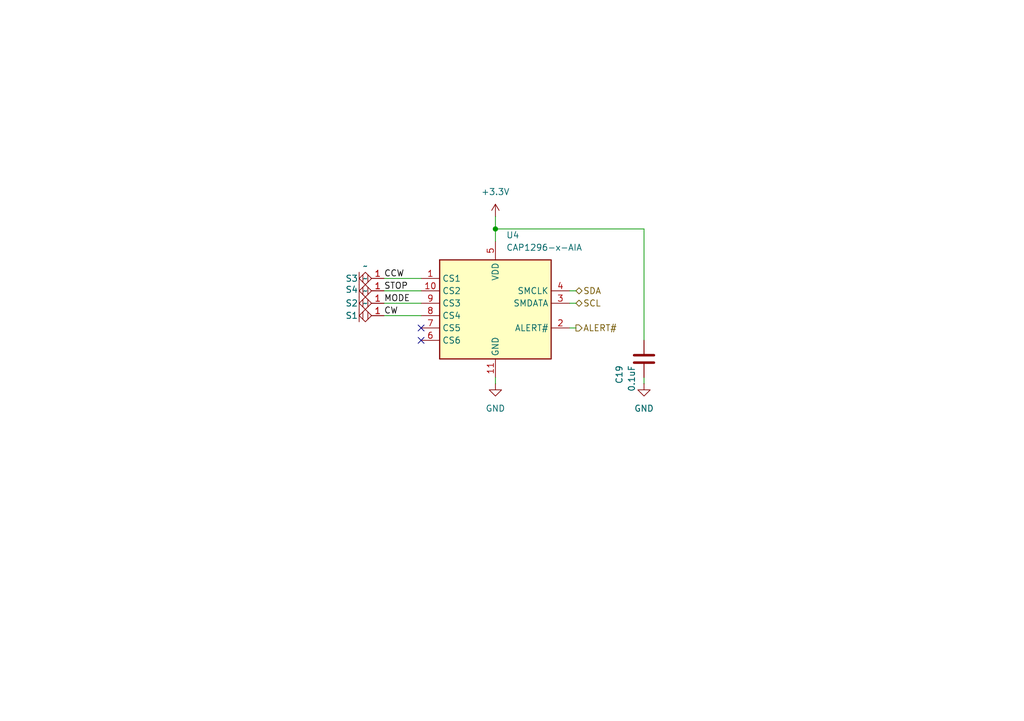
<source format=kicad_sch>
(kicad_sch (version 20231120) (generator "eeschema") (generator_version "8.0")
  (paper "A5")
  (title_block (title "Open Ephys Commutator Controller") (rev "D") (company "Open Ephys, Inc."))
  (lib_symbols
    (symbol "Device:C" (pin_numbers hide) (pin_names (offset 0.254))
      (property "Reference" "C" (at 0.635 2.54 0))
      (property "Value" "C" (at 0.635 -2.54 0))
      (symbol "C_0_1"
        (polyline (pts (xy -2.032 -0.762) (xy 2.032 -0.762)) (stroke (width 0.508)))
        (polyline (pts (xy -2.032 0.762) (xy 2.032 0.762)) (stroke (width 0.508)))
      )
      (symbol "C_1_1"
        (pin passive line (at 0 3.81 270) (length 2.794) (name "~") (number "1"))
        (pin passive line (at 0 -3.81 90) (length 2.794) (name "~") (number "2"))
      )
    )
    (symbol "oe:CAP1296-x-AIA"
      (property "Reference" "U" (at -10.16 12.7 0))
      (property "Value" "CAP1296-x-AIA" (at 8.89 12.7 0))
      (symbol "CAP1296-x-AIA_0_1"
        (rectangle (start -11.43 11.43) (end 11.43 -8.89) (stroke (width 0.254)) (fill (type background)))
      )
      (symbol "CAP1296-x-AIA_1_1"
        (pin passive line (at -15.24 7.62 0) (length 3.81) (name "CS1") (number "1"))
        (pin passive line (at -15.24 5.08 0) (length 3.81) (name "CS2") (number "10"))
        (pin power_in line (at 0 -12.7 90) (length 3.81) (name "GND") (number "11"))
        (pin open_collector line (at 15.24 -2.54 180) (length 3.81) (name "ALERT#") (number "2"))
        (pin bidirectional line (at 15.24 2.54 180) (length 3.81) (name "SMDATA") (number "3"))
        (pin input line (at 15.24 5.08 180) (length 3.81) (name "SMCLK") (number "4"))
        (pin power_in line (at 0 15.24 270) (length 3.81) (name "VDD") (number "5"))
        (pin passive line (at -15.24 -5.08 0) (length 3.81) (name "CS6") (number "6"))
        (pin passive line (at -15.24 -2.54 0) (length 3.81) (name "CS5") (number "7"))
        (pin passive line (at -15.24 0 0) (length 3.81) (name "CS4") (number "8"))
        (pin passive line (at -15.24 2.54 0) (length 3.81) (name "CS3") (number "9"))
      )
    )
    (symbol "oe:TOUCH"
      (property "Reference" "S" (at 0 0 0))
      (symbol "TOUCH_0_1"
        (polyline (pts (xy -1.27 2.54) (xy 1.27 2.54)))
        (polyline (pts (xy -0.762 0.762) (xy 0.762 0.762)))
        (polyline (pts (xy -0.762 1.778) (xy 0.762 1.778)))
        (polyline (pts (xy -1.27 1.27) (xy 0 2.54) (xy 1.27 1.27) (xy 0 0) (xy -1.27 1.27)))
      )
      (symbol "TOUCH_1_1"
        (pin passive line (at 0 -2.54 90) (length 2.54) (name "") (number "1"))
      )
    )
    (symbol "power:+3.3V" (power) (pin_numbers hide) (pin_names (offset 0) hide)
      (property "Value" "+3.3V" (at 0 3.556 0))
      (symbol "+3.3V_0_1"
        (polyline (pts (xy -0.762 1.27) (xy 0 2.54)))
        (polyline (pts (xy 0 0) (xy 0 2.54)))
        (polyline (pts (xy 0 2.54) (xy 0.762 1.27)))
      )
      (symbol "+3.3V_1_1"
        (pin power_in line (at 0 0 90) (length 0) (name "~") (number "1"))
      )
    )
    (symbol "power:GND" (power) (pin_numbers hide) (pin_names (offset 0) hide)
      (property "Value" "GND" (at 0 -3.81 0))
      (symbol "GND_0_1"
        (polyline (pts (xy 0 0) (xy 0 -1.27) (xy 1.27 -1.27) (xy 0 -2.54) (xy -1.27 -1.27) (xy 0 -1.27)))
      )
      (symbol "GND_1_1"
        (pin power_in line (at 0 0 270) (length 0) (name "~") (number "1"))
      )
    )
  )
  (junction (at 101.6 46.99))
  (no_connect (at 86.36 67.31))
  (no_connect (at 86.36 69.85))
  (wire (pts (xy 101.6 46.99) (xy 132.08 46.99)))
  (wire (pts (xy 118.11 67.31) (xy 116.84 67.31)))
  (wire (pts (xy 101.6 46.99) (xy 101.6 49.53)))
  (wire (pts (xy 132.08 46.99) (xy 132.08 69.85)))
  (wire (pts (xy 78.74 62.23) (xy 86.36 62.23)))
  (wire (pts (xy 101.6 44.45) (xy 101.6 46.99)))
  (wire (pts (xy 118.11 62.23) (xy 116.84 62.23)))
  (wire (pts (xy 78.74 57.15) (xy 86.36 57.15)))
  (wire (pts (xy 118.11 59.69) (xy 116.84 59.69)))
  (wire (pts (xy 132.08 77.47) (xy 132.08 78.74)))
  (wire (pts (xy 101.6 77.47) (xy 101.6 78.74)))
  (wire (pts (xy 78.74 59.69) (xy 86.36 59.69)))
  (wire (pts (xy 78.74 64.77) (xy 86.36 64.77)))
  (label "MODE" (at 78.74 62.23 0))
  (label "CW" (at 78.74 64.77 0))
  (label "STOP" (at 78.74 59.69 0))
  (label "CCW" (at 78.74 57.15 0))
  (hierarchical_label "ALERT#" (shape output) (at 118.11 67.31 0))
  (hierarchical_label "SDA" (shape bidirectional) (at 118.11 59.69 0))
  (hierarchical_label "SCL" (shape bidirectional) (at 118.11 62.23 0))
  (symbol (lib_id "Device:C") (at 132.08 73.66 0) (mirror y) (unit 1)
    (property "Reference" "C19" (at 127 74.93 90) (effects (justify right)))
    (property "Value" "0.1uF" (at 129.54 74.93 90) (effects (justify right)))
    (property "Footprint" "Capacitor_SMD:C_0402_1005Metric" (effects (hide yes)))
    (property "Description" "Unpolarized capacitor" (effects (hide yes)))
  )
  (symbol (lib_id "oe:TOUCH") (at 76.2 59.69 90) (mirror x) (unit 1)
    (property "Reference" "S4" (at 72.136 59.436 90))
    (property "Value" "~" (at 74.93 57.15 90))
    (property "Footprint" "oe:Touch_Center_2mm" (effects (hide yes)))
  )
  (symbol (lib_id "oe:TOUCH") (at 76.2 62.23 90) (mirror x) (unit 1)
    (property "Reference" "S2" (at 72.136 62.23 90))
    (property "Value" "~" (at 74.93 59.69 90))
    (property "Footprint" "oe:Touch_Center_2mm" (effects (hide yes)))
  )
  (symbol (lib_id "power:GND") (at 101.6 78.74 0) (mirror y) (unit 1)
    (property "Reference" "#PWR036" (effects (hide yes)))
    (property "Value" "GND" (at 101.6 83.82 0))
    (property "Description" "Power symbol creates a global label with name \"GND\" , ground" (effects (hide yes)))
  )
  (symbol (lib_id "oe:TOUCH") (at 76.2 57.15 90) (mirror x) (unit 1)
    (property "Reference" "S3" (at 72.136 57.15 90))
    (property "Value" "~" (at 74.93 54.61 90))
    (property "Footprint" "oe:Touch_Center_2mm" (effects (hide yes)))
  )
  (symbol (lib_id "power:GND") (at 132.08 78.74 0) (mirror y) (unit 1)
    (property "Reference" "#PWR037" (effects (hide yes)))
    (property "Value" "GND" (at 132.08 83.82 0))
    (property "Description" "Power symbol creates a global label with name \"GND\" , ground" (effects (hide yes)))
  )
  (symbol (lib_id "oe:CAP1296-x-AIA") (at 101.6 64.77 0) (unit 1)
    (property "Reference" "U4" (at 103.7941 48.26 0) (effects (justify left)))
    (property "Value" "CAP1296-x-AIA" (at 103.7941 50.8 0) (effects (justify left)))
    (property "Footprint" "Package_DFN_QFN:DFN-10-1EP_3x3mm_P0.5mm_EP1.55x2.48mm" (effects (hide yes)))
    (property "Datasheet" "https://ww1.microchip.com/downloads/en/DeviceDoc/00001569B.pdf" (effects (hide yes)))
    (property "Description" "6-Channel Capacitive Touch Sensor, DFN-10" (effects (hide yes)))
  )
  (symbol (lib_id "power:+3.3V") (at 101.6 44.45 0) (unit 1)
    (property "Reference" "#PWR035" (effects (hide yes)))
    (property "Value" "+3.3V" (at 101.6 39.37 0))
    (property "Description" "Power symbol creates a global label with name \"+3.3V\"" (effects (hide yes)))
  )
  (symbol (lib_id "oe:TOUCH") (at 76.2 64.77 90) (mirror x) (unit 1)
    (property "Reference" "S1" (at 72.136 64.77 90))
    (property "Value" "~" (at 74.93 62.23 90))
    (property "Footprint" "oe:Touch_Center_2mm" (effects (hide yes)))
  )
)
</source>
